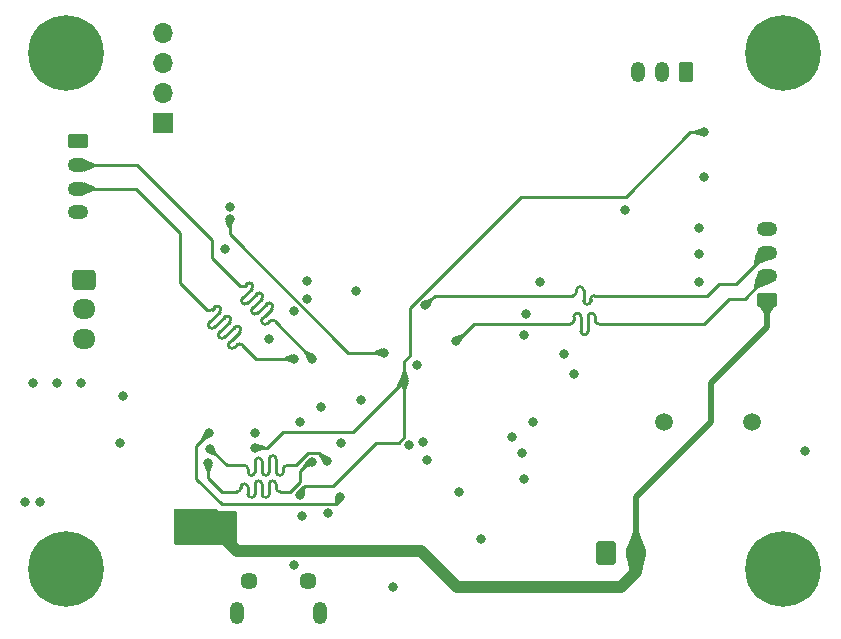
<source format=gbr>
%TF.GenerationSoftware,KiCad,Pcbnew,7.0.5-0*%
%TF.CreationDate,2023-06-02T13:54:40-04:00*%
%TF.ProjectId,7-segment-display-controller,372d7365-676d-4656-9e74-2d646973706c,B*%
%TF.SameCoordinates,Original*%
%TF.FileFunction,Copper,L4,Bot*%
%TF.FilePolarity,Positive*%
%FSLAX46Y46*%
G04 Gerber Fmt 4.6, Leading zero omitted, Abs format (unit mm)*
G04 Created by KiCad (PCBNEW 7.0.5-0) date 2023-06-02 13:54:40*
%MOMM*%
%LPD*%
G01*
G04 APERTURE LIST*
G04 Aperture macros list*
%AMRoundRect*
0 Rectangle with rounded corners*
0 $1 Rounding radius*
0 $2 $3 $4 $5 $6 $7 $8 $9 X,Y pos of 4 corners*
0 Add a 4 corners polygon primitive as box body*
4,1,4,$2,$3,$4,$5,$6,$7,$8,$9,$2,$3,0*
0 Add four circle primitives for the rounded corners*
1,1,$1+$1,$2,$3*
1,1,$1+$1,$4,$5*
1,1,$1+$1,$6,$7*
1,1,$1+$1,$8,$9*
0 Add four rect primitives between the rounded corners*
20,1,$1+$1,$2,$3,$4,$5,0*
20,1,$1+$1,$4,$5,$6,$7,0*
20,1,$1+$1,$6,$7,$8,$9,0*
20,1,$1+$1,$8,$9,$2,$3,0*%
G04 Aperture macros list end*
%TA.AperFunction,ComponentPad*%
%ADD10C,0.800000*%
%TD*%
%TA.AperFunction,ComponentPad*%
%ADD11C,6.400000*%
%TD*%
%TA.AperFunction,ComponentPad*%
%ADD12R,1.700000X1.700000*%
%TD*%
%TA.AperFunction,ComponentPad*%
%ADD13O,1.700000X1.700000*%
%TD*%
%TA.AperFunction,ComponentPad*%
%ADD14O,1.200000X1.900000*%
%TD*%
%TA.AperFunction,ComponentPad*%
%ADD15C,1.450000*%
%TD*%
%TA.AperFunction,ComponentPad*%
%ADD16RoundRect,0.250000X0.350000X0.625000X-0.350000X0.625000X-0.350000X-0.625000X0.350000X-0.625000X0*%
%TD*%
%TA.AperFunction,ComponentPad*%
%ADD17O,1.200000X1.750000*%
%TD*%
%TA.AperFunction,ComponentPad*%
%ADD18RoundRect,0.250000X-0.725000X0.600000X-0.725000X-0.600000X0.725000X-0.600000X0.725000X0.600000X0*%
%TD*%
%TA.AperFunction,ComponentPad*%
%ADD19O,1.950000X1.700000*%
%TD*%
%TA.AperFunction,ComponentPad*%
%ADD20C,1.500000*%
%TD*%
%TA.AperFunction,ComponentPad*%
%ADD21RoundRect,0.250000X0.625000X-0.350000X0.625000X0.350000X-0.625000X0.350000X-0.625000X-0.350000X0*%
%TD*%
%TA.AperFunction,ComponentPad*%
%ADD22O,1.750000X1.200000*%
%TD*%
%TA.AperFunction,ComponentPad*%
%ADD23RoundRect,0.250000X-0.600000X-0.750000X0.600000X-0.750000X0.600000X0.750000X-0.600000X0.750000X0*%
%TD*%
%TA.AperFunction,ComponentPad*%
%ADD24O,1.700000X2.000000*%
%TD*%
%TA.AperFunction,ComponentPad*%
%ADD25RoundRect,0.250000X-0.625000X0.350000X-0.625000X-0.350000X0.625000X-0.350000X0.625000X0.350000X0*%
%TD*%
%TA.AperFunction,ViaPad*%
%ADD26C,0.800000*%
%TD*%
%TA.AperFunction,Conductor*%
%ADD27C,0.250000*%
%TD*%
%TA.AperFunction,Conductor*%
%ADD28C,1.000000*%
%TD*%
%TA.AperFunction,Conductor*%
%ADD29C,0.500000*%
%TD*%
G04 APERTURE END LIST*
D10*
%TO.P,H104,1,1*%
%TO.N,GND*%
X5207000Y-46368000D03*
X6904056Y-50465056D03*
X6904056Y-47070944D03*
X7607000Y-48768000D03*
D11*
X5207000Y-48768000D03*
D10*
X5207000Y-51168000D03*
X3509944Y-47070944D03*
X3509944Y-50465056D03*
X2807000Y-48768000D03*
%TD*%
%TO.P,H103,1,1*%
%TO.N,GND*%
X5207000Y-2680000D03*
X6904056Y-6777056D03*
X6904056Y-3382944D03*
X7607000Y-5080000D03*
D11*
X5207000Y-5080000D03*
D10*
X5207000Y-7480000D03*
X3509944Y-3382944D03*
X3509944Y-6777056D03*
X2807000Y-5080000D03*
%TD*%
%TO.P,H102,1,1*%
%TO.N,GND*%
X65913000Y-46368000D03*
X67610056Y-50465056D03*
X67610056Y-47070944D03*
X68313000Y-48768000D03*
D11*
X65913000Y-48768000D03*
D10*
X65913000Y-51168000D03*
X64215944Y-47070944D03*
X64215944Y-50465056D03*
X63513000Y-48768000D03*
%TD*%
%TO.P,H101,1,1*%
%TO.N,GND*%
X65913000Y-2680000D03*
X67610056Y-6777056D03*
X67610056Y-3382944D03*
X68313000Y-5080000D03*
D11*
X65913000Y-5080000D03*
D10*
X65913000Y-7480000D03*
X64215944Y-3382944D03*
X64215944Y-6777056D03*
X63513000Y-5080000D03*
%TD*%
D12*
%TO.P,OLED101,1,GND*%
%TO.N,GND*%
X13388000Y-11079000D03*
D13*
%TO.P,OLED101,2,VCC*%
%TO.N,+3V3*%
X13388000Y-8539000D03*
%TO.P,OLED101,3,SCL*%
%TO.N,/SCL*%
X13388000Y-5999000D03*
%TO.P,OLED101,4,SDA*%
%TO.N,/SDA*%
X13388000Y-3459000D03*
%TD*%
D14*
%TO.P,J102,6,Shield*%
%TO.N,GND*%
X19690200Y-52494700D03*
D15*
X20690200Y-49794700D03*
X25690200Y-49794700D03*
D14*
X26690200Y-52494700D03*
%TD*%
D16*
%TO.P,J106,1,Pin_1*%
%TO.N,+3V3*%
X57658000Y-6731000D03*
D17*
%TO.P,J106,2,Pin_2*%
%TO.N,/IR_RECV*%
X55658000Y-6731000D03*
%TO.P,J106,3,Pin_3*%
%TO.N,GND*%
X53658000Y-6731000D03*
%TD*%
D18*
%TO.P,J104,1,Pin_1*%
%TO.N,GND*%
X6731000Y-24297000D03*
D19*
%TO.P,J104,2,Pin_2*%
%TO.N,Net-(J104-Pin_2)*%
X6731000Y-26797000D03*
%TO.P,J104,3,Pin_3*%
%TO.N,+5V*%
X6731000Y-29297000D03*
%TD*%
D20*
%TO.P,BT101,*%
%TO.N,*%
X55790000Y-36322000D03*
X63290000Y-36322000D03*
%TD*%
D21*
%TO.P,J103,1,Pin_1*%
%TO.N,VBUS*%
X64516000Y-26035000D03*
D22*
%TO.P,J103,2,Pin_2*%
%TO.N,/UART_TX*%
X64516000Y-24035000D03*
%TO.P,J103,3,Pin_3*%
%TO.N,/UART_RX*%
X64516000Y-22035000D03*
%TO.P,J103,4,Pin_4*%
%TO.N,GND*%
X64516000Y-20035000D03*
%TD*%
D23*
%TO.P,J107,1,Pin_1*%
%TO.N,GND*%
X50947000Y-47481000D03*
D24*
%TO.P,J107,2,Pin_2*%
%TO.N,VBUS*%
X53447000Y-47481000D03*
%TD*%
D25*
%TO.P,J105,1,Pin_1*%
%TO.N,+3V3*%
X6207000Y-12605000D03*
D22*
%TO.P,J105,2,Pin_2*%
%TO.N,/SCL*%
X6207000Y-14605000D03*
%TO.P,J105,3,Pin_3*%
%TO.N,/SDA*%
X6207000Y-16605000D03*
%TO.P,J105,4,Pin_4*%
%TO.N,GND*%
X6207000Y-18605000D03*
%TD*%
D26*
%TO.N,+3V3*%
X45339000Y-24511000D03*
%TO.N,GND*%
X43815000Y-38989000D03*
X44704000Y-36322000D03*
X42926000Y-37592000D03*
X48197000Y-32258000D03*
X18669000Y-21717000D03*
X30149800Y-34508000D03*
X58801000Y-24511000D03*
X34874200Y-31496000D03*
X24511000Y-48499900D03*
X35737800Y-39560800D03*
X29718000Y-25273000D03*
X10033000Y-34163000D03*
X28448000Y-38100000D03*
X27355800Y-44043600D03*
X25628600Y-24434800D03*
X40309800Y-46304000D03*
X22352000Y-29337000D03*
X21209000Y-37312600D03*
X34192699Y-38307499D03*
X47371000Y-30632400D03*
X59182000Y-15621000D03*
X43967400Y-29032200D03*
X67741800Y-38811200D03*
X38481000Y-42291000D03*
X9779000Y-38100000D03*
X58801000Y-19964400D03*
X2971800Y-43129200D03*
X44118900Y-27191000D03*
X1701800Y-43129200D03*
X58808200Y-22156000D03*
X25146000Y-44323000D03*
X19050000Y-18161000D03*
%TO.N,+3V3*%
X43942000Y-41148000D03*
X6477000Y-33020000D03*
X35426122Y-38044557D03*
X25019000Y-36322000D03*
X26797000Y-35052000D03*
X52552600Y-18389600D03*
X25628600Y-25971800D03*
X24511000Y-26924000D03*
X2413000Y-33020000D03*
X4445000Y-33020000D03*
X32893000Y-50292000D03*
%TO.N,/NRST*%
X59182000Y-11811000D03*
X33832800Y-32867600D03*
X25019000Y-42557100D03*
X21209000Y-38557200D03*
%TO.N,/SWO*%
X17297400Y-37287200D03*
X28371800Y-42722800D03*
%TO.N,/SWCLK*%
X27294600Y-39674800D03*
X17361500Y-38608000D03*
%TO.N,/SWDIO*%
X25994600Y-39725600D03*
X17246600Y-39827200D03*
%TO.N,VBUS*%
X17783000Y-44326000D03*
X18415000Y-45974000D03*
X15367000Y-45974000D03*
X16891000Y-45974000D03*
%TO.N,/UART_TX*%
X38176200Y-29508000D03*
%TO.N,/UART_RX*%
X35627800Y-26483800D03*
%TO.N,/RGB_LED*%
X19050000Y-19177000D03*
X32131000Y-30480000D03*
%TO.N,/SCL*%
X26035000Y-30988000D03*
%TO.N,/SDA*%
X24511000Y-30988000D03*
%TD*%
D27*
%TO.N,/NRST*%
X21209000Y-38557200D02*
X22208905Y-38557200D01*
X22208905Y-38557200D02*
X23555105Y-37211000D01*
X23555105Y-37211000D02*
X29489400Y-37211000D01*
X29489400Y-37211000D02*
X33832800Y-32867600D01*
X59182000Y-11811000D02*
X58039000Y-11811000D01*
X43688000Y-17272000D02*
X34290000Y-26670000D01*
X34290000Y-26670000D02*
X34290000Y-30734000D01*
X58039000Y-11811000D02*
X52578000Y-17272000D01*
X52578000Y-17272000D02*
X43688000Y-17272000D01*
X34290000Y-30734000D02*
X33832800Y-31191200D01*
X33832800Y-31191200D02*
X33832800Y-32867600D01*
X25425400Y-41757600D02*
X27829095Y-41757600D01*
X25019000Y-42164000D02*
X25425400Y-41757600D01*
X31461295Y-38125400D02*
X33350200Y-38125400D01*
X25019000Y-42557100D02*
X25019000Y-42164000D01*
X27829095Y-41757600D02*
X31461295Y-38125400D01*
X33832800Y-37642800D02*
X33832800Y-32867600D01*
X33350200Y-38125400D02*
X33832800Y-37642800D01*
%TO.N,/SWO*%
X28092400Y-43281600D02*
X18364200Y-43281600D01*
X16230600Y-41148000D02*
X16230600Y-38354000D01*
X16230600Y-38354000D02*
X17297400Y-37287200D01*
X18364200Y-43281600D02*
X16230600Y-41148000D01*
X28371800Y-43002200D02*
X28092400Y-43281600D01*
X28371800Y-42722800D02*
X28371800Y-43002200D01*
%TO.N,/SWCLK*%
X23894600Y-40044200D02*
X24650695Y-40044200D01*
X18797700Y-40044200D02*
X20294600Y-40044200D01*
X25694295Y-39000600D02*
X26620400Y-39000600D01*
X22394600Y-40586018D02*
X22394600Y-39502359D01*
X22994600Y-39502359D02*
X22994600Y-40586018D01*
X21794600Y-39702380D02*
X21794600Y-40586018D01*
X21194600Y-40586018D02*
X21194600Y-39702380D01*
X20594600Y-40344200D02*
X20594600Y-40586018D01*
X23594600Y-40586018D02*
X23594600Y-40344200D01*
X26620400Y-39000600D02*
X27294600Y-39674800D01*
X17361500Y-38608000D02*
X18797700Y-40044200D01*
X24650695Y-40044200D02*
X25694295Y-39000600D01*
X20894600Y-40886000D02*
G75*
G03*
X21194600Y-40586018I0J300000D01*
G01*
X20594582Y-40586018D02*
G75*
G03*
X20894600Y-40886018I300018J18D01*
G01*
X22994582Y-40586018D02*
G75*
G03*
X23294600Y-40886018I300018J18D01*
G01*
X21494600Y-39402400D02*
G75*
G03*
X21194600Y-39702380I0J-300000D01*
G01*
X23294600Y-40886000D02*
G75*
G03*
X23594600Y-40586018I0J300000D01*
G01*
X21794620Y-39702380D02*
G75*
G03*
X21494600Y-39402380I-300020J-20D01*
G01*
X22094600Y-40886000D02*
G75*
G03*
X22394600Y-40586018I0J300000D01*
G01*
X22994641Y-39502359D02*
G75*
G03*
X22694600Y-39202359I-300041J-41D01*
G01*
X23894600Y-40044200D02*
G75*
G03*
X23594600Y-40344200I0J-300000D01*
G01*
X21794582Y-40586018D02*
G75*
G03*
X22094600Y-40886018I300018J18D01*
G01*
X22694600Y-39202400D02*
G75*
G03*
X22394600Y-39502359I0J-300000D01*
G01*
X20594600Y-40344200D02*
G75*
G03*
X20294600Y-40044200I-300000J0D01*
G01*
%TO.N,/SWDIO*%
X25006300Y-40474900D02*
X25006300Y-41414700D01*
X18415000Y-42265600D02*
X17246600Y-41097200D01*
X18415000Y-42265600D02*
X19691800Y-42265600D01*
X25006300Y-41414700D02*
X24155400Y-42265600D01*
X22991800Y-41965600D02*
X22991800Y-41635742D01*
X21191800Y-41635742D02*
X21191800Y-42495940D01*
X25755600Y-39725600D02*
X25006300Y-40474900D01*
X20591800Y-42495940D02*
X20591800Y-41885746D01*
X22391800Y-41635742D02*
X22391800Y-42495954D01*
X24155400Y-42265600D02*
X23291800Y-42265600D01*
X25994600Y-39725600D02*
X25755600Y-39725600D01*
X19991800Y-41885746D02*
X19991800Y-41965600D01*
X20961460Y-42726280D02*
X20822140Y-42726280D01*
X21791800Y-42495954D02*
X21791800Y-41635742D01*
X22161447Y-42726307D02*
X22022153Y-42726307D01*
X17246600Y-41097200D02*
X17246600Y-39827200D01*
X20591720Y-42495940D02*
G75*
G03*
X20822140Y-42726280I230380J40D01*
G01*
X19691800Y-42265600D02*
G75*
G03*
X19991800Y-41965600I0J300000D01*
G01*
X22991758Y-41635742D02*
G75*
G03*
X22691800Y-41335742I-299958J42D01*
G01*
X22161447Y-42726400D02*
G75*
G03*
X22391800Y-42495954I-47J230400D01*
G01*
X21791758Y-41635742D02*
G75*
G03*
X21491800Y-41335742I-299958J42D01*
G01*
X22691800Y-41335700D02*
G75*
G03*
X22391800Y-41635742I0J-300000D01*
G01*
X22991800Y-41965600D02*
G75*
G03*
X23291800Y-42265600I300000J0D01*
G01*
X21791893Y-42495954D02*
G75*
G03*
X22022153Y-42726307I230307J-46D01*
G01*
X21491800Y-41335700D02*
G75*
G03*
X21191800Y-41635742I0J-300000D01*
G01*
X20591754Y-41885746D02*
G75*
G03*
X20291800Y-41585746I-299954J46D01*
G01*
X20291800Y-41585700D02*
G75*
G03*
X19991800Y-41885746I0J-300000D01*
G01*
X20961460Y-42726200D02*
G75*
G03*
X21191800Y-42495940I40J230300D01*
G01*
D28*
%TO.N,VBUS*%
X19685000Y-47244000D02*
X35242500Y-47244000D01*
X52197000Y-50292000D02*
X53447000Y-49042000D01*
D29*
X59817000Y-36322000D02*
X59817000Y-33020000D01*
D28*
X35242500Y-47244000D02*
X38290500Y-50292000D01*
D29*
X53447000Y-47481000D02*
X53447000Y-42692000D01*
X53447000Y-42692000D02*
X59817000Y-36322000D01*
D28*
X18415000Y-45974000D02*
X19685000Y-47244000D01*
D29*
X59817000Y-33020000D02*
X64516000Y-28321000D01*
D28*
X38290500Y-50292000D02*
X52197000Y-50292000D01*
X53447000Y-49042000D02*
X53447000Y-47481000D01*
D29*
X64516000Y-28321000D02*
X64516000Y-26035000D01*
D27*
%TO.N,/UART_TX*%
X49992000Y-27438595D02*
X49992000Y-27767000D01*
X48192000Y-27767000D02*
X48192000Y-27438595D01*
X61341000Y-25908000D02*
X62643000Y-25908000D01*
X59182000Y-28067000D02*
X61341000Y-25908000D01*
X49392000Y-28695405D02*
X49392000Y-27438595D01*
X38176200Y-29508000D02*
X38335400Y-29508000D01*
X48792000Y-27438595D02*
X48792000Y-28695405D01*
X38335400Y-29508000D02*
X39776400Y-28067000D01*
X39776400Y-28067000D02*
X47892000Y-28067000D01*
X50292000Y-28067000D02*
X59182000Y-28067000D01*
X62643000Y-25908000D02*
X64516000Y-24035000D01*
X49992000Y-27767000D02*
G75*
G03*
X50292000Y-28067000I300000J0D01*
G01*
X47892000Y-28067000D02*
G75*
G03*
X48192000Y-27767000I0J300000D01*
G01*
X49092000Y-28995400D02*
G75*
G03*
X49392000Y-28695405I0J300000D01*
G01*
X48492000Y-27138600D02*
G75*
G03*
X48192000Y-27438595I0J-300000D01*
G01*
X48792005Y-27438595D02*
G75*
G03*
X48492000Y-27138595I-300005J-5D01*
G01*
X48791995Y-28695405D02*
G75*
G03*
X49092000Y-28995405I300005J5D01*
G01*
X49992005Y-27438595D02*
G75*
G03*
X49692000Y-27138595I-300005J-5D01*
G01*
X49692000Y-27138600D02*
G75*
G03*
X49392000Y-27438595I0J-300000D01*
G01*
%TO.N,/UART_RX*%
X35627800Y-26483800D02*
X36457600Y-25654000D01*
X49611000Y-26108432D02*
X49611000Y-25954000D01*
X49011000Y-25199568D02*
X49011000Y-26108432D01*
X60452000Y-24638000D02*
X61913000Y-24638000D01*
X49911000Y-25654000D02*
X59436000Y-25654000D01*
X59436000Y-25654000D02*
X60452000Y-24638000D01*
X48411000Y-25354000D02*
X48411000Y-25199568D01*
X61913000Y-24638000D02*
X64516000Y-22035000D01*
X36457600Y-25654000D02*
X48111000Y-25654000D01*
X49010968Y-26108432D02*
G75*
G03*
X49311000Y-26408432I300032J32D01*
G01*
X48711000Y-24899600D02*
G75*
G03*
X48411000Y-25199568I0J-300000D01*
G01*
X48111000Y-25654000D02*
G75*
G03*
X48411000Y-25354000I0J300000D01*
G01*
X49311000Y-26408400D02*
G75*
G03*
X49611000Y-26108432I0J300000D01*
G01*
X49911000Y-25654000D02*
G75*
G03*
X49611000Y-25954000I0J-300000D01*
G01*
X49011032Y-25199568D02*
G75*
G03*
X48711000Y-24899568I-300032J-32D01*
G01*
%TO.N,/RGB_LED*%
X29111495Y-30480000D02*
X32131000Y-30480000D01*
X19050000Y-19177000D02*
X19050000Y-20418505D01*
X19050000Y-20418505D02*
X29111495Y-30480000D01*
%TO.N,/SCL*%
X21829036Y-27995434D02*
X21829034Y-27995432D01*
X19890138Y-24843138D02*
X19890139Y-24843139D01*
X19890139Y-24843139D02*
X17526000Y-22479000D01*
X22618168Y-26357771D02*
X22618166Y-26357769D01*
X20131971Y-26298368D02*
X20131968Y-26298365D01*
X20921089Y-24660718D02*
X20921088Y-24660717D01*
X20496824Y-24660717D02*
X20314402Y-24843138D01*
X20556235Y-26298368D02*
X21345336Y-25509269D01*
X26035000Y-30988000D02*
X22860000Y-27813000D01*
X22011467Y-27388732D02*
X22223599Y-27176600D01*
X20131968Y-25874101D02*
X20921089Y-25084982D01*
X22435734Y-27812999D02*
X22253300Y-27995434D01*
X21404768Y-27146901D02*
X22193902Y-26357769D01*
X20980504Y-27146901D02*
X20980501Y-27146898D01*
X21769602Y-25509271D02*
X21769600Y-25509269D01*
X20980501Y-26722634D02*
X21769602Y-25933535D01*
X22223602Y-27176602D02*
X22618168Y-26782035D01*
X22223599Y-27176600D02*
X22223602Y-27176602D01*
X17526000Y-20955000D02*
X11176000Y-14605000D01*
X21829034Y-27571168D02*
X22011467Y-27388732D01*
X17526000Y-22479000D02*
X17526000Y-20955000D01*
X22435735Y-27812999D02*
X22435734Y-27812999D01*
X11176000Y-14605000D02*
X6207000Y-14605000D01*
X20921087Y-24660718D02*
G75*
G03*
X20496825Y-24660718I-212131J-212131D01*
G01*
X22860033Y-27812967D02*
G75*
G03*
X22435735Y-27812999I-212133J-212133D01*
G01*
X21829035Y-27571169D02*
G75*
G03*
X21829035Y-27995431I212165J-212131D01*
G01*
X22618165Y-26782032D02*
G75*
G03*
X22618168Y-26357771I-212165J212132D01*
G01*
X21769599Y-25509270D02*
G75*
G03*
X21345337Y-25509270I-212131J-212131D01*
G01*
X21829037Y-27995433D02*
G75*
G03*
X22253299Y-27995433I212131J212131D01*
G01*
X21769599Y-25933532D02*
G75*
G03*
X21769602Y-25509271I-212099J212132D01*
G01*
X20131935Y-25874068D02*
G75*
G03*
X20131968Y-26298365I212165J-212132D01*
G01*
X19890139Y-24843137D02*
G75*
G03*
X20314401Y-24843137I212131J212131D01*
G01*
X20131972Y-26298367D02*
G75*
G03*
X20556234Y-26298367I212131J212131D01*
G01*
X22618165Y-26357770D02*
G75*
G03*
X22193903Y-26357770I-212131J-212131D01*
G01*
X20980535Y-26722668D02*
G75*
G03*
X20980501Y-27146898I212065J-212132D01*
G01*
X20921138Y-25085031D02*
G75*
G03*
X20921088Y-24660719I-212138J212131D01*
G01*
X20980505Y-27146900D02*
G75*
G03*
X21404767Y-27146900I212131J212131D01*
G01*
%TO.N,/SDA*%
X19051753Y-27465120D02*
X19051751Y-27465118D01*
X19249217Y-29388982D02*
X19461349Y-29176850D01*
X17325337Y-28343002D02*
X17325334Y-28342999D01*
X19673485Y-29813249D02*
X19673484Y-29813249D01*
X19673484Y-29813249D02*
X19446706Y-30040028D01*
X19900311Y-28313628D02*
X19900309Y-28313626D01*
X17127889Y-26843389D02*
X14859000Y-24574500D01*
X24511000Y-30988000D02*
X21272500Y-30988000D01*
X18173886Y-29191519D02*
X18173883Y-29191516D01*
X19461349Y-29176850D02*
X19461352Y-29176852D01*
X17325334Y-27918735D02*
X18203192Y-27040879D01*
X19022440Y-29615762D02*
X19249217Y-29388982D01*
X19022442Y-30040028D02*
X19022440Y-30040026D01*
X17778927Y-26616614D02*
X17552152Y-26843388D01*
X18173883Y-28767252D02*
X19051753Y-27889384D01*
X18598150Y-29191519D02*
X19476045Y-28313626D01*
X18203192Y-26616615D02*
X18203191Y-26616614D01*
X19461352Y-29176852D02*
X19900311Y-28737892D01*
X11144000Y-16605000D02*
X6207000Y-16605000D01*
X14859000Y-24574500D02*
X14859000Y-20320000D01*
X14859000Y-20320000D02*
X11144000Y-16605000D01*
X17127888Y-26843388D02*
X17127889Y-26843389D01*
X21272500Y-30988000D02*
X20097750Y-29813250D01*
X17749601Y-28343002D02*
X18627487Y-27465118D01*
X18203190Y-26616615D02*
G75*
G03*
X17778928Y-26616615I-212131J-212131D01*
G01*
X19022443Y-30040027D02*
G75*
G03*
X19446705Y-30040027I212131J212131D01*
G01*
X20097733Y-29813267D02*
G75*
G03*
X19673485Y-29813249I-212133J-212133D01*
G01*
X17325338Y-28343001D02*
G75*
G03*
X17749600Y-28343001I212131J212131D01*
G01*
X19051750Y-27465119D02*
G75*
G03*
X18627488Y-27465119I-212131J-212131D01*
G01*
X19022446Y-29615768D02*
G75*
G03*
X19022440Y-30040026I212154J-212132D01*
G01*
X17127889Y-26843387D02*
G75*
G03*
X17552151Y-26843387I212131J212131D01*
G01*
X18203145Y-27040832D02*
G75*
G03*
X18203192Y-26616615I-212045J212132D01*
G01*
X18173899Y-28767268D02*
G75*
G03*
X18173883Y-29191516I212101J-212132D01*
G01*
X19900351Y-28737932D02*
G75*
G03*
X19900311Y-28313628I-212151J212132D01*
G01*
X17325367Y-27918768D02*
G75*
G03*
X17325334Y-28342999I212133J-212132D01*
G01*
X19051800Y-27889431D02*
G75*
G03*
X19051752Y-27465121I-212200J212131D01*
G01*
X19900308Y-28313627D02*
G75*
G03*
X19476046Y-28313627I-212131J-212131D01*
G01*
X18173887Y-29191518D02*
G75*
G03*
X18598149Y-29191518I212131J212131D01*
G01*
%TD*%
%TA.AperFunction,Conductor*%
%TO.N,VBUS*%
G36*
X17901174Y-43707685D02*
G01*
X17919018Y-43721607D01*
X17928157Y-43730190D01*
X17929532Y-43731523D01*
X17949723Y-43751715D01*
X17949727Y-43751718D01*
X17949729Y-43751720D01*
X17955211Y-43755973D01*
X17959643Y-43759757D01*
X17993618Y-43791662D01*
X18011176Y-43801314D01*
X18027433Y-43811993D01*
X18043264Y-43824273D01*
X18062937Y-43832786D01*
X18086033Y-43842782D01*
X18091277Y-43845350D01*
X18132108Y-43867797D01*
X18144723Y-43871035D01*
X18151505Y-43872777D01*
X18169919Y-43879081D01*
X18188304Y-43887038D01*
X18234357Y-43894332D01*
X18240026Y-43895506D01*
X18285181Y-43907100D01*
X18305216Y-43907100D01*
X18324613Y-43908626D01*
X18344396Y-43911760D01*
X18390783Y-43907375D01*
X18396622Y-43907100D01*
X19561000Y-43907100D01*
X19628039Y-43926785D01*
X19673794Y-43979589D01*
X19685000Y-44031100D01*
X19685000Y-46612000D01*
X19665315Y-46679039D01*
X19612511Y-46724794D01*
X19561000Y-46736000D01*
X14475000Y-46736000D01*
X14407961Y-46716315D01*
X14362206Y-46663511D01*
X14351000Y-46612000D01*
X14351000Y-43812000D01*
X14370685Y-43744961D01*
X14423489Y-43699206D01*
X14475000Y-43688000D01*
X17834135Y-43688000D01*
X17901174Y-43707685D01*
G37*
%TD.AperFunction*%
%TD*%
%TA.AperFunction,Conductor*%
%TO.N,/NRST*%
G36*
X21389696Y-38198090D02*
G01*
X22001437Y-38429341D01*
X22007964Y-38435472D01*
X22009000Y-38440285D01*
X22009000Y-38674114D01*
X22005573Y-38682387D01*
X22001437Y-38685058D01*
X21372655Y-38922751D01*
X21363705Y-38922471D01*
X21357719Y-38916309D01*
X21261306Y-38685058D01*
X21209875Y-38561699D01*
X21209855Y-38552750D01*
X21357719Y-38198089D01*
X21364066Y-38191772D01*
X21372654Y-38191648D01*
X21389696Y-38198090D01*
G37*
%TD.AperFunction*%
%TD*%
%TA.AperFunction,Conductor*%
%TO.N,/NRST*%
G36*
X33473709Y-32718832D02*
G01*
X33616563Y-32777618D01*
X33828995Y-32865036D01*
X33835342Y-32871354D01*
X33835363Y-32871404D01*
X33981567Y-33226690D01*
X33981546Y-33235644D01*
X33975560Y-33241806D01*
X33362871Y-33518347D01*
X33353921Y-33518627D01*
X33349785Y-33515956D01*
X33184443Y-33350614D01*
X33181016Y-33342341D01*
X33182052Y-33337528D01*
X33228038Y-33235644D01*
X33458594Y-32724838D01*
X33465120Y-32718708D01*
X33473709Y-32718832D01*
G37*
%TD.AperFunction*%
%TD*%
%TA.AperFunction,Conductor*%
%TO.N,/NRST*%
G36*
X59027294Y-11445728D02*
G01*
X59033280Y-11451890D01*
X59181123Y-11806498D01*
X59181144Y-11815452D01*
X59181123Y-11815502D01*
X59033280Y-12170109D01*
X59026933Y-12176427D01*
X59018344Y-12176551D01*
X58389563Y-11938858D01*
X58383036Y-11932727D01*
X58382000Y-11927914D01*
X58382000Y-11694085D01*
X58385427Y-11685812D01*
X58389563Y-11683141D01*
X59018345Y-11445448D01*
X59027294Y-11445728D01*
G37*
%TD.AperFunction*%
%TD*%
%TA.AperFunction,Conductor*%
%TO.N,/NRST*%
G36*
X33957988Y-32071027D02*
G01*
X33960659Y-32075163D01*
X34198351Y-32703944D01*
X34198071Y-32712894D01*
X34191909Y-32718880D01*
X33837302Y-32866723D01*
X33828348Y-32866744D01*
X33828298Y-32866723D01*
X33473690Y-32718880D01*
X33467372Y-32712533D01*
X33467248Y-32703945D01*
X33704941Y-32075162D01*
X33711072Y-32068636D01*
X33715885Y-32067600D01*
X33949715Y-32067600D01*
X33957988Y-32071027D01*
G37*
%TD.AperFunction*%
%TD*%
%TA.AperFunction,Conductor*%
%TO.N,/NRST*%
G36*
X25227481Y-41795286D02*
G01*
X25392745Y-41960550D01*
X25396163Y-41968370D01*
X25418529Y-42544968D01*
X25415426Y-42553367D01*
X25407291Y-42557112D01*
X25406859Y-42557121D01*
X25023168Y-42557798D01*
X25014889Y-42554386D01*
X24744351Y-42282492D01*
X24740946Y-42274213D01*
X24744336Y-42266006D01*
X25210938Y-41795356D01*
X25219193Y-41791895D01*
X25227481Y-41795286D01*
G37*
%TD.AperFunction*%
%TD*%
%TA.AperFunction,Conductor*%
%TO.N,/NRST*%
G36*
X34191909Y-33016319D02*
G01*
X34198227Y-33022666D01*
X34198351Y-33031255D01*
X33960659Y-33660037D01*
X33954528Y-33666564D01*
X33949715Y-33667600D01*
X33715885Y-33667600D01*
X33707612Y-33664173D01*
X33704941Y-33660037D01*
X33467248Y-33031255D01*
X33467528Y-33022305D01*
X33473689Y-33016319D01*
X33828300Y-32868475D01*
X33837249Y-32868455D01*
X34191909Y-33016319D01*
G37*
%TD.AperFunction*%
%TD*%
%TA.AperFunction,Conductor*%
%TO.N,/SWO*%
G36*
X16938309Y-37138432D02*
G01*
X17081163Y-37197218D01*
X17293595Y-37284636D01*
X17299942Y-37290954D01*
X17299963Y-37291004D01*
X17446167Y-37646290D01*
X17446146Y-37655244D01*
X17440160Y-37661406D01*
X16827471Y-37937947D01*
X16818521Y-37938227D01*
X16814385Y-37935556D01*
X16649043Y-37770214D01*
X16645616Y-37761941D01*
X16646652Y-37757128D01*
X16692638Y-37655244D01*
X16923194Y-37144438D01*
X16929720Y-37138308D01*
X16938309Y-37138432D01*
G37*
%TD.AperFunction*%
%TD*%
%TA.AperFunction,Conductor*%
%TO.N,/SWO*%
G36*
X28375909Y-42725512D02*
G01*
X28375946Y-42725549D01*
X28645266Y-42996219D01*
X28648672Y-43004500D01*
X28645224Y-43012765D01*
X28644104Y-43013746D01*
X28188931Y-43363727D01*
X28180283Y-43366053D01*
X28173526Y-43362725D01*
X28007112Y-43196311D01*
X28003712Y-43188837D01*
X27991722Y-43013746D01*
X27972654Y-42735275D01*
X27975508Y-42726788D01*
X27983528Y-42722804D01*
X27984277Y-42722777D01*
X28367632Y-42722101D01*
X28375909Y-42725512D01*
G37*
%TD.AperFunction*%
%TD*%
%TA.AperFunction,Conductor*%
%TO.N,/SWCLK*%
G36*
X26824671Y-39024052D02*
G01*
X27437360Y-39300593D01*
X27443491Y-39307120D01*
X27443367Y-39315709D01*
X27297163Y-39670995D01*
X27290845Y-39677342D01*
X27290795Y-39677363D01*
X26935509Y-39823567D01*
X26926555Y-39823546D01*
X26920393Y-39817560D01*
X26856276Y-39675507D01*
X26693879Y-39315709D01*
X26643852Y-39204871D01*
X26643572Y-39195921D01*
X26646241Y-39191787D01*
X26811586Y-39026442D01*
X26819858Y-39023016D01*
X26824671Y-39024052D01*
G37*
%TD.AperFunction*%
%TD*%
%TA.AperFunction,Conductor*%
%TO.N,/SWCLK*%
G36*
X17729544Y-38459253D02*
G01*
X17735706Y-38465239D01*
X18012247Y-39077928D01*
X18012527Y-39086878D01*
X18009856Y-39091014D01*
X17844514Y-39256356D01*
X17836241Y-39259783D01*
X17831428Y-39258747D01*
X17218739Y-38982206D01*
X17212608Y-38975679D01*
X17212732Y-38967090D01*
X17358937Y-38611802D01*
X17365253Y-38605457D01*
X17720590Y-38459232D01*
X17729544Y-38459253D01*
G37*
%TD.AperFunction*%
%TD*%
%TA.AperFunction,Conductor*%
%TO.N,/SWDIO*%
G36*
X25720062Y-39451173D02*
G01*
X25721260Y-39452213D01*
X25722516Y-39453462D01*
X25991850Y-39721453D01*
X25995298Y-39729718D01*
X25995298Y-39729768D01*
X25994617Y-40115891D01*
X25991176Y-40124158D01*
X25985055Y-40127373D01*
X25432913Y-40229993D01*
X25424153Y-40228136D01*
X25422502Y-40226763D01*
X25257278Y-40061539D01*
X25253851Y-40053266D01*
X25256211Y-40046220D01*
X25703676Y-39453460D01*
X25711395Y-39448923D01*
X25720062Y-39451173D01*
G37*
%TD.AperFunction*%
%TD*%
%TA.AperFunction,Conductor*%
%TO.N,/SWDIO*%
G36*
X17605709Y-39975919D02*
G01*
X17612027Y-39982266D01*
X17612151Y-39990855D01*
X17374459Y-40619637D01*
X17368328Y-40626164D01*
X17363515Y-40627200D01*
X17129685Y-40627200D01*
X17121412Y-40623773D01*
X17118741Y-40619637D01*
X16881048Y-39990855D01*
X16881328Y-39981905D01*
X16887489Y-39975919D01*
X17242100Y-39828075D01*
X17251049Y-39828055D01*
X17605709Y-39975919D01*
G37*
%TD.AperFunction*%
%TD*%
%TA.AperFunction,Conductor*%
%TO.N,VBUS*%
G36*
X53697273Y-45634427D02*
G01*
X53699903Y-45638455D01*
X54228733Y-46996564D01*
X54228541Y-47005516D01*
X54223897Y-47010813D01*
X53453066Y-47478320D01*
X53444215Y-47479680D01*
X53440932Y-47478320D01*
X52670102Y-47010813D01*
X52664805Y-47003593D01*
X52665265Y-46996566D01*
X53194097Y-45638454D01*
X53200293Y-45631989D01*
X53205000Y-45631000D01*
X53689000Y-45631000D01*
X53697273Y-45634427D01*
G37*
%TD.AperFunction*%
%TD*%
%TA.AperFunction,Conductor*%
%TO.N,VBUS*%
G36*
X53453063Y-47483677D02*
G01*
X54224829Y-47951751D01*
X54230126Y-47958971D01*
X54230078Y-47964729D01*
X53949293Y-49033274D01*
X53943876Y-49040404D01*
X53937977Y-49042000D01*
X52956023Y-49042000D01*
X52947750Y-49038573D01*
X52944707Y-49033274D01*
X52663921Y-47964726D01*
X52665133Y-47955856D01*
X52669168Y-47951752D01*
X53440934Y-47483678D01*
X53449784Y-47482319D01*
X53453063Y-47483677D01*
G37*
%TD.AperFunction*%
%TD*%
%TA.AperFunction,Conductor*%
%TO.N,VBUS*%
G36*
X64524264Y-26042278D02*
G01*
X65109633Y-26628622D01*
X65113053Y-26636898D01*
X65111459Y-26642783D01*
X64769386Y-27229195D01*
X64762258Y-27234615D01*
X64759280Y-27235000D01*
X64272720Y-27235000D01*
X64264447Y-27231573D01*
X64262614Y-27229195D01*
X63920540Y-26642783D01*
X63919331Y-26633910D01*
X63922364Y-26628625D01*
X64507721Y-26042292D01*
X64515990Y-26038859D01*
X64524264Y-26042278D01*
G37*
%TD.AperFunction*%
%TD*%
%TA.AperFunction,Conductor*%
%TO.N,/UART_TX*%
G36*
X38719597Y-28952275D02*
G01*
X38722062Y-28954159D01*
X38887332Y-29119429D01*
X38890759Y-29127702D01*
X38888864Y-29134086D01*
X38551042Y-29652947D01*
X38543656Y-29658010D01*
X38536785Y-29657383D01*
X38180004Y-29510563D01*
X38173657Y-29504245D01*
X38173636Y-29504195D01*
X38028170Y-29150702D01*
X38028191Y-29141751D01*
X38034538Y-29135433D01*
X38035908Y-29134966D01*
X38710716Y-28951143D01*
X38719597Y-28952275D01*
G37*
%TD.AperFunction*%
%TD*%
%TA.AperFunction,Conductor*%
%TO.N,/UART_TX*%
G36*
X64517016Y-24037712D02*
G01*
X64519778Y-24041737D01*
X64760016Y-24624063D01*
X64760003Y-24633018D01*
X64753662Y-24639341D01*
X64753541Y-24639390D01*
X63652871Y-25079204D01*
X63643917Y-25079091D01*
X63640257Y-25076612D01*
X63473403Y-24909758D01*
X63469976Y-24901485D01*
X63470221Y-24899102D01*
X63643505Y-24066147D01*
X63648544Y-24058748D01*
X63654650Y-24056837D01*
X64508657Y-24034503D01*
X64517016Y-24037712D01*
G37*
%TD.AperFunction*%
%TD*%
%TA.AperFunction,Conductor*%
%TO.N,/UART_RX*%
G36*
X36110814Y-25835443D02*
G01*
X36276156Y-26000785D01*
X36279583Y-26009058D01*
X36278547Y-26013871D01*
X36002006Y-26626560D01*
X35995479Y-26632691D01*
X35986890Y-26632567D01*
X35631604Y-26486363D01*
X35625257Y-26480045D01*
X35625236Y-26479995D01*
X35479032Y-26124709D01*
X35479053Y-26115755D01*
X35485037Y-26109594D01*
X36097728Y-25833051D01*
X36106678Y-25832772D01*
X36110814Y-25835443D01*
G37*
%TD.AperFunction*%
%TD*%
%TA.AperFunction,Conductor*%
%TO.N,/UART_RX*%
G36*
X64517016Y-22037712D02*
G01*
X64519778Y-22041737D01*
X64760016Y-22624063D01*
X64760003Y-22633018D01*
X64753662Y-22639341D01*
X64753541Y-22639390D01*
X63652871Y-23079204D01*
X63643917Y-23079091D01*
X63640257Y-23076612D01*
X63473403Y-22909758D01*
X63469976Y-22901485D01*
X63470221Y-22899102D01*
X63643505Y-22066147D01*
X63648544Y-22058748D01*
X63654650Y-22056837D01*
X64508657Y-22034503D01*
X64517016Y-22037712D01*
G37*
%TD.AperFunction*%
%TD*%
%TA.AperFunction,Conductor*%
%TO.N,/RGB_LED*%
G36*
X31976294Y-30114728D02*
G01*
X31982280Y-30120890D01*
X32130123Y-30475498D01*
X32130144Y-30484452D01*
X32130123Y-30484502D01*
X31982280Y-30839109D01*
X31975933Y-30845427D01*
X31967344Y-30845551D01*
X31338563Y-30607858D01*
X31332036Y-30601727D01*
X31331000Y-30596914D01*
X31331000Y-30363085D01*
X31334427Y-30354812D01*
X31338563Y-30352141D01*
X31967345Y-30114448D01*
X31976294Y-30114728D01*
G37*
%TD.AperFunction*%
%TD*%
%TA.AperFunction,Conductor*%
%TO.N,/RGB_LED*%
G36*
X19409109Y-19325719D02*
G01*
X19415427Y-19332066D01*
X19415551Y-19340655D01*
X19177859Y-19969437D01*
X19171728Y-19975964D01*
X19166915Y-19977000D01*
X18933085Y-19977000D01*
X18924812Y-19973573D01*
X18922141Y-19969437D01*
X18684448Y-19340655D01*
X18684728Y-19331705D01*
X18690889Y-19325719D01*
X19045500Y-19177875D01*
X19054449Y-19177855D01*
X19409109Y-19325719D01*
G37*
%TD.AperFunction*%
%TD*%
%TA.AperFunction,Conductor*%
%TO.N,/SCL*%
G36*
X25565071Y-30337252D02*
G01*
X26177760Y-30613793D01*
X26183891Y-30620320D01*
X26183767Y-30628909D01*
X26037563Y-30984195D01*
X26031245Y-30990542D01*
X26031195Y-30990563D01*
X25675909Y-31136767D01*
X25666955Y-31136746D01*
X25660793Y-31130760D01*
X25596676Y-30988707D01*
X25434279Y-30628909D01*
X25384252Y-30518071D01*
X25383972Y-30509121D01*
X25386641Y-30504987D01*
X25551986Y-30339642D01*
X25560258Y-30336216D01*
X25565071Y-30337252D01*
G37*
%TD.AperFunction*%
%TD*%
%TA.AperFunction,Conductor*%
%TO.N,/SCL*%
G36*
X6719309Y-14054078D02*
G01*
X7675034Y-14476918D01*
X7681213Y-14483400D01*
X7682000Y-14487618D01*
X7682000Y-14722381D01*
X7678573Y-14730654D01*
X7675034Y-14733081D01*
X6719312Y-15155920D01*
X6710360Y-15156133D01*
X6705934Y-15153105D01*
X6213192Y-14612884D01*
X6210148Y-14604462D01*
X6213191Y-14597115D01*
X6705935Y-14056893D01*
X6714041Y-14053091D01*
X6719309Y-14054078D01*
G37*
%TD.AperFunction*%
%TD*%
%TA.AperFunction,Conductor*%
%TO.N,/SDA*%
G36*
X24356294Y-30622728D02*
G01*
X24362280Y-30628890D01*
X24510123Y-30983497D01*
X24510144Y-30992451D01*
X24510123Y-30992501D01*
X24362280Y-31347109D01*
X24355933Y-31353427D01*
X24347344Y-31353551D01*
X23718563Y-31115858D01*
X23712036Y-31109727D01*
X23711000Y-31104914D01*
X23711000Y-30871085D01*
X23714427Y-30862812D01*
X23718563Y-30860141D01*
X24347345Y-30622448D01*
X24356294Y-30622728D01*
G37*
%TD.AperFunction*%
%TD*%
%TA.AperFunction,Conductor*%
%TO.N,/SDA*%
G36*
X6719309Y-16054078D02*
G01*
X7675034Y-16476918D01*
X7681213Y-16483400D01*
X7682000Y-16487618D01*
X7682000Y-16722381D01*
X7678573Y-16730654D01*
X7675034Y-16733081D01*
X6719312Y-17155920D01*
X6710360Y-17156133D01*
X6705934Y-17153105D01*
X6213192Y-16612884D01*
X6210148Y-16604462D01*
X6213191Y-16597115D01*
X6705935Y-16056893D01*
X6714041Y-16053091D01*
X6719309Y-16054078D01*
G37*
%TD.AperFunction*%
%TD*%
M02*

</source>
